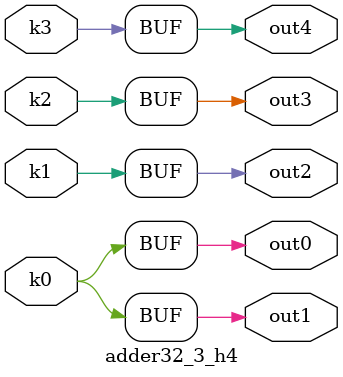
<source format=v>
module adder32_3(pi0, pi1, pi2, pi3, pi4, pi5, pi6, pi7, pi8, po0, po1, po2, po3, po4);
input pi0, pi1, pi2, pi3, pi4, pi5, pi6, pi7, pi8;
output po0, po1, po2, po3, po4;
wire k0, k1, k2, k3;
adder32_3_w4 DUT1 (pi0, pi1, pi2, pi3, pi4, pi5, pi6, pi7, pi8, k0, k1, k2, k3);
adder32_3_h4 DUT2 (k0, k1, k2, k3, po0, po1, po2, po3, po4);
endmodule

module adder32_3_w4(in8, in7, in6, in5, in4, in3, in2, in1, in0, k3, k2, k1, k0);
input in8, in7, in6, in5, in4, in3, in2, in1, in0;
output k3, k2, k1, k0;
assign k0 =   ((~in5 ^ in1) & ((((in8 & (in4 | ~in0)) | (in4 & ~in0)) & (in6 | in2) & (in7 | in3)) | (in7 & in3 & (in6 | in2)) | (in6 & in2))) | (((~in4 & in0) | (~in8 & (~in4 | in0))) & (in5 ^ in1) & (~in6 | ~in2) & (~in7 | ~in3)) | ((in5 ^ in1) & ((~in6 & ~in2) | (~in7 & ~in3 & (~in6 | ~in2))));
assign k1 =   ((in6 ^ in2) & ((((in8 & (in4 | ~in0)) | (in4 & ~in0)) & (in7 | in3)) | (in7 & in3))) | (((~in4 & in0) | (~in8 & (~in4 | in0))) & (~in7 | ~in3) & (~in6 ^ in2)) | (~in7 & ~in3 & (~in6 ^ in2));
assign k2 =   ((~in7 ^ in3) & ((in8 & (in4 | ~in0)) | (in4 & ~in0))) | (((~in4 & in0) | (~in8 & (~in4 | in0))) & (in7 ^ in3));
assign k3 =   in8 ? (~in4 ^ in0) : (in4 ^ in0);
endmodule

module adder32_3_h4(k3, k2, k1, k0, out4, out3, out2, out1, out0);
input k3, k2, k1, k0;
output out4, out3, out2, out1, out0;
assign out0 = k0;
assign out1 = k0;
assign out2 = k1;
assign out3 = k2;
assign out4 = k3;
endmodule

</source>
